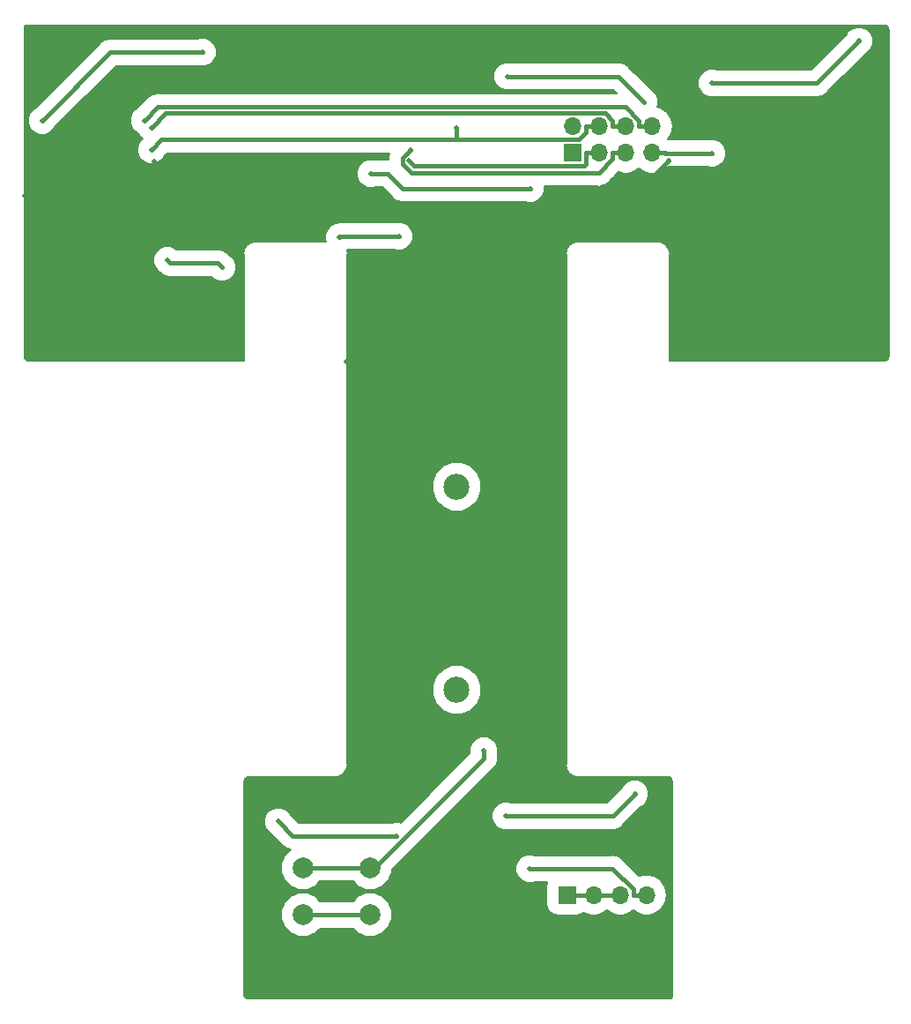
<source format=gbr>
G04 #@! TF.GenerationSoftware,KiCad,Pcbnew,(5.0.0)*
G04 #@! TF.CreationDate,2019-02-18T20:12:55-05:00*
G04 #@! TF.ProjectId,WS2812B Tiny T,575332383132422054696E7920542E6B,rev?*
G04 #@! TF.SameCoordinates,Original*
G04 #@! TF.FileFunction,Copper,L2,Bot,Signal*
G04 #@! TF.FilePolarity,Positive*
%FSLAX46Y46*%
G04 Gerber Fmt 4.6, Leading zero omitted, Abs format (unit mm)*
G04 Created by KiCad (PCBNEW (5.0.0)) date 02/18/19 20:12:55*
%MOMM*%
%LPD*%
G01*
G04 APERTURE LIST*
G04 #@! TA.AperFunction,ComponentPad*
%ADD10C,2.500000*%
G04 #@! TD*
G04 #@! TA.AperFunction,ComponentPad*
%ADD11O,1.700000X1.700000*%
G04 #@! TD*
G04 #@! TA.AperFunction,ComponentPad*
%ADD12R,1.700000X1.700000*%
G04 #@! TD*
G04 #@! TA.AperFunction,ComponentPad*
%ADD13C,2.000000*%
G04 #@! TD*
G04 #@! TA.AperFunction,ViaPad*
%ADD14C,0.500000*%
G04 #@! TD*
G04 #@! TA.AperFunction,Conductor*
%ADD15C,0.400000*%
G04 #@! TD*
G04 #@! TA.AperFunction,Conductor*
%ADD16C,0.200000*%
G04 #@! TD*
G04 APERTURE END LIST*
D10*
G04 #@! TO.P,J1,1*
G04 #@! TO.N,+BATT*
X171200000Y-99800000D03*
G04 #@! TO.P,J1,2*
G04 #@! TO.N,Net-(J1-Pad2)*
X171200000Y-119300000D03*
G04 #@! TD*
D11*
G04 #@! TO.P,J2,4*
G04 #@! TO.N,GND*
X189420000Y-139000000D03*
G04 #@! TO.P,J2,3*
G04 #@! TO.N,Net-(J1-Pad2)*
X186880000Y-139000000D03*
G04 #@! TO.P,J2,2*
X184340000Y-139000000D03*
D12*
G04 #@! TO.P,J2,1*
X181800000Y-139000000D03*
G04 #@! TD*
D13*
G04 #@! TO.P,SW1,1*
G04 #@! TO.N,BTN*
X162900000Y-136400000D03*
G04 #@! TO.P,SW1,2*
G04 #@! TO.N,GND*
X162900000Y-140900000D03*
G04 #@! TO.P,SW1,1*
G04 #@! TO.N,BTN*
X156400000Y-136400000D03*
G04 #@! TO.P,SW1,2*
G04 #@! TO.N,GND*
X156400000Y-140900000D03*
G04 #@! TD*
D11*
G04 #@! TO.P,J3,8*
G04 #@! TO.N,PB0*
X189988000Y-65231000D03*
G04 #@! TO.P,J3,7*
G04 #@! TO.N,GND*
X189988000Y-67771000D03*
G04 #@! TO.P,J3,6*
G04 #@! TO.N,DIN*
X187448000Y-65231000D03*
G04 #@! TO.P,J3,5*
G04 #@! TO.N,PB4*
X187448000Y-67771000D03*
G04 #@! TO.P,J3,4*
G04 #@! TO.N,BTN*
X184908000Y-65231000D03*
G04 #@! TO.P,J3,3*
G04 #@! TO.N,PB3*
X184908000Y-67771000D03*
G04 #@! TO.P,J3,2*
G04 #@! TO.N,+5V*
X182368000Y-65231000D03*
D12*
G04 #@! TO.P,J3,1*
G04 #@! TO.N,RST*
X182368000Y-67771000D03*
G04 #@! TD*
D14*
G04 #@! TO.N,GND*
X159913100Y-75845300D03*
X165643500Y-75749500D03*
X178219300Y-136470300D03*
X195735700Y-67787200D03*
G04 #@! TO.N,+5V*
X191577500Y-68502300D03*
X186112800Y-70353500D03*
X174089700Y-87223600D03*
X204014200Y-80010000D03*
X174089700Y-73202800D03*
X142128400Y-68554600D03*
X178562000Y-142548300D03*
X167956700Y-142544800D03*
X165925700Y-142684600D03*
X138958000Y-82854800D03*
X138958000Y-79857600D03*
X204594300Y-82296000D03*
X173474300Y-89865200D03*
X160619700Y-87833200D03*
X129639700Y-71882000D03*
X159715200Y-128489600D03*
X180961400Y-56820000D03*
G04 #@! TO.N,DIN*
X141867100Y-65326700D03*
G04 #@! TO.N,Net-(U4-Pad2)*
X146755500Y-58114800D03*
X131364300Y-64653200D03*
G04 #@! TO.N,Net-(U8-Pad2)*
X176085900Y-60405700D03*
X189223500Y-62866200D03*
G04 #@! TO.N,Net-(U10-Pad2)*
X209848800Y-57017500D03*
X195735700Y-61078000D03*
G04 #@! TO.N,Net-(U24-Pad2)*
X188306900Y-129299700D03*
X175905200Y-131414900D03*
G04 #@! TO.N,Net-(U30-Pad2)*
X165439400Y-133342900D03*
X154044800Y-131945300D03*
G04 #@! TO.N,BTN*
X173816100Y-125134900D03*
X171197500Y-65354700D03*
X141867100Y-67455800D03*
G04 #@! TO.N,Net-(U39-Pad2)*
X143408400Y-78079600D03*
X148640800Y-78740000D03*
G04 #@! TO.N,PB3*
X166626600Y-68527300D03*
G04 #@! TO.N,PB4*
X166768000Y-67484300D03*
G04 #@! TO.N,PB0*
X141186000Y-64641500D03*
G04 #@! TO.N,RST*
X162915600Y-69748400D03*
X178257200Y-71170800D03*
G04 #@! TD*
D15*
G04 #@! TO.N,GND*
X165643500Y-75749500D02*
X160008900Y-75749500D01*
X160008900Y-75749500D02*
X159913100Y-75845300D01*
X189420000Y-139000000D02*
X188159700Y-139000000D01*
X188159700Y-139000000D02*
X188159700Y-138448600D01*
X188159700Y-138448600D02*
X186181400Y-136470300D01*
X186181400Y-136470300D02*
X178219300Y-136470300D01*
X189988000Y-67771000D02*
X191248300Y-67771000D01*
X195735700Y-67787200D02*
X191264500Y-67787200D01*
X191264500Y-67787200D02*
X191248300Y-67771000D01*
X156400000Y-140900000D02*
X162900000Y-140900000D01*
G04 #@! TO.N,+5V*
X186112800Y-70353500D02*
X189726300Y-70353500D01*
X189726300Y-70353500D02*
X191577500Y-68502300D01*
G04 #@! TO.N,DIN*
X187448000Y-65231000D02*
X186187700Y-65231000D01*
X141867100Y-65326700D02*
X143241400Y-63952400D01*
X143241400Y-63952400D02*
X185431400Y-63952400D01*
X185431400Y-63952400D02*
X186187700Y-64708700D01*
X186187700Y-64708700D02*
X186187700Y-65231000D01*
G04 #@! TO.N,Net-(U4-Pad2)*
X131364300Y-64653200D02*
X137902700Y-58114800D01*
X137902700Y-58114800D02*
X146755500Y-58114800D01*
G04 #@! TO.N,Net-(U8-Pad2)*
X189223500Y-62866200D02*
X186763000Y-60405700D01*
X186763000Y-60405700D02*
X176085900Y-60405700D01*
G04 #@! TO.N,Net-(U10-Pad2)*
X195735700Y-61078000D02*
X205788300Y-61078000D01*
X205788300Y-61078000D02*
X209848800Y-57017500D01*
G04 #@! TO.N,Net-(U24-Pad2)*
X175905200Y-131414900D02*
X186191700Y-131414900D01*
X186191700Y-131414900D02*
X188306900Y-129299700D01*
G04 #@! TO.N,Net-(U30-Pad2)*
X154044800Y-131945300D02*
X155442400Y-133342900D01*
X155442400Y-133342900D02*
X165439400Y-133342900D01*
G04 #@! TO.N,Net-(J1-Pad2)*
X184340000Y-139000000D02*
X186880000Y-139000000D01*
X181800000Y-139000000D02*
X184340000Y-139000000D01*
G04 #@! TO.N,BTN*
X162900000Y-136400000D02*
X163316100Y-136400000D01*
X163316100Y-136400000D02*
X173816100Y-125900000D01*
X173816100Y-125900000D02*
X173816100Y-125134900D01*
X171197500Y-66491300D02*
X142831600Y-66491300D01*
X142831600Y-66491300D02*
X141867100Y-67455800D01*
X183647700Y-65231000D02*
X183647700Y-65782500D01*
X183647700Y-65782500D02*
X182938900Y-66491300D01*
X182938900Y-66491300D02*
X171197500Y-66491300D01*
X171197500Y-66491300D02*
X171197500Y-65354700D01*
X156400000Y-136400000D02*
X162900000Y-136400000D01*
X184908000Y-65231000D02*
X183647700Y-65231000D01*
G04 #@! TO.N,Net-(U39-Pad2)*
X143658399Y-78329599D02*
X145029999Y-78329599D01*
X143408400Y-78079600D02*
X143658399Y-78329599D01*
X145029999Y-78329599D02*
X145034000Y-78333600D01*
X145034000Y-78333600D02*
X148234400Y-78333600D01*
X148234400Y-78333600D02*
X148640800Y-78740000D01*
G04 #@! TO.N,PB3*
X184908000Y-67771000D02*
X183647700Y-67771000D01*
X166626600Y-68527300D02*
X167130700Y-69031400D01*
X167130700Y-69031400D02*
X183463100Y-69031400D01*
X183463100Y-69031400D02*
X183647700Y-68846800D01*
X183647700Y-68846800D02*
X183647700Y-67771000D01*
G04 #@! TO.N,PB4*
X187448000Y-67771000D02*
X186187700Y-67771000D01*
X186187700Y-67771000D02*
X186187700Y-68322400D01*
X186187700Y-68322400D02*
X184846500Y-69663600D01*
X184846500Y-69663600D02*
X166812600Y-69663600D01*
X166812600Y-69663600D02*
X165966200Y-68817200D01*
X165966200Y-68817200D02*
X165966200Y-68248500D01*
X165966200Y-68248500D02*
X166730400Y-67484300D01*
X166730400Y-67484300D02*
X166768000Y-67484300D01*
G04 #@! TO.N,PB0*
X141186000Y-64641500D02*
X142487900Y-63339600D01*
X142487900Y-63339600D02*
X187387700Y-63339600D01*
X187387700Y-63339600D02*
X188727700Y-64679600D01*
X188727700Y-64679600D02*
X188727700Y-65231000D01*
X189988000Y-65231000D02*
X188727700Y-65231000D01*
G04 #@! TO.N,RST*
X162915600Y-69748400D02*
X164592000Y-69748400D01*
X164592000Y-69748400D02*
X166014400Y-71170800D01*
X166014400Y-71170800D02*
X178257200Y-71170800D01*
G04 #@! TD*
D16*
G04 #@! TO.N,+5V*
G36*
X212451810Y-55565109D02*
X212547996Y-55617009D01*
X212622186Y-55697267D01*
X212675935Y-55818845D01*
X212693000Y-55953926D01*
X212693001Y-87278878D01*
X212658891Y-87483810D01*
X212606991Y-87579997D01*
X212526734Y-87654185D01*
X212405155Y-87707935D01*
X212270074Y-87725000D01*
X191675000Y-87725000D01*
X191675000Y-77585724D01*
X191698019Y-77470000D01*
X191606825Y-77011538D01*
X191347127Y-76622873D01*
X190958462Y-76363175D01*
X190615724Y-76295000D01*
X190500000Y-76271981D01*
X190384276Y-76295000D01*
X182995724Y-76295000D01*
X182880000Y-76271981D01*
X182764276Y-76295000D01*
X182421538Y-76363175D01*
X182032873Y-76622873D01*
X181773175Y-77011538D01*
X181681981Y-77470000D01*
X181705000Y-77585724D01*
X181705001Y-126376271D01*
X181681981Y-126492000D01*
X181773175Y-126950462D01*
X182032873Y-127339127D01*
X182421538Y-127598825D01*
X182764276Y-127667000D01*
X182880000Y-127690019D01*
X182995724Y-127667000D01*
X191418883Y-127667000D01*
X191623810Y-127701109D01*
X191719996Y-127753009D01*
X191794186Y-127833267D01*
X191847935Y-127954845D01*
X191865000Y-128089926D01*
X191865001Y-148741197D01*
X191842238Y-148870292D01*
X191828890Y-148893412D01*
X191808436Y-148910574D01*
X191734021Y-148937659D01*
X191718697Y-148939000D01*
X151227116Y-148939000D01*
X151022190Y-148904891D01*
X150926003Y-148852991D01*
X150851815Y-148772734D01*
X150798065Y-148651155D01*
X150781000Y-148516074D01*
X150781000Y-140482284D01*
X154300000Y-140482284D01*
X154300000Y-141317716D01*
X154619706Y-142089554D01*
X155210446Y-142680294D01*
X155982284Y-143000000D01*
X156817716Y-143000000D01*
X157589554Y-142680294D01*
X158069848Y-142200000D01*
X161230152Y-142200000D01*
X161710446Y-142680294D01*
X162482284Y-143000000D01*
X163317716Y-143000000D01*
X164089554Y-142680294D01*
X164680294Y-142089554D01*
X165000000Y-141317716D01*
X165000000Y-140482284D01*
X164680294Y-139710446D01*
X164089554Y-139119706D01*
X163317716Y-138800000D01*
X162482284Y-138800000D01*
X161710446Y-139119706D01*
X161230152Y-139600000D01*
X158069848Y-139600000D01*
X157589554Y-139119706D01*
X156817716Y-138800000D01*
X155982284Y-138800000D01*
X155210446Y-139119706D01*
X154619706Y-139710446D01*
X154300000Y-140482284D01*
X150781000Y-140482284D01*
X150781000Y-131676768D01*
X152694800Y-131676768D01*
X152694800Y-132213832D01*
X152900325Y-132710014D01*
X153280086Y-133089775D01*
X153400800Y-133139776D01*
X154432626Y-134171602D01*
X154505153Y-134280147D01*
X154935165Y-134567473D01*
X155208341Y-134621811D01*
X154619706Y-135210446D01*
X154300000Y-135982284D01*
X154300000Y-136817716D01*
X154619706Y-137589554D01*
X155210446Y-138180294D01*
X155982284Y-138500000D01*
X156817716Y-138500000D01*
X157589554Y-138180294D01*
X158069848Y-137700000D01*
X161230152Y-137700000D01*
X161710446Y-138180294D01*
X162482284Y-138500000D01*
X163317716Y-138500000D01*
X164089554Y-138180294D01*
X164680294Y-137589554D01*
X165000000Y-136817716D01*
X165000000Y-136554576D01*
X165352808Y-136201768D01*
X176869300Y-136201768D01*
X176869300Y-136738832D01*
X177074825Y-137235014D01*
X177454586Y-137614775D01*
X177950768Y-137820300D01*
X178487832Y-137820300D01*
X178608543Y-137770300D01*
X179903977Y-137770300D01*
X179828450Y-138150000D01*
X179828450Y-139850000D01*
X179913823Y-140279199D01*
X180156944Y-140643056D01*
X180520801Y-140886177D01*
X180950000Y-140971550D01*
X182650000Y-140971550D01*
X183079199Y-140886177D01*
X183366079Y-140694491D01*
X183579148Y-140836859D01*
X184147946Y-140950000D01*
X184532054Y-140950000D01*
X185100852Y-140836859D01*
X185610000Y-140496657D01*
X186119148Y-140836859D01*
X186687946Y-140950000D01*
X187072054Y-140950000D01*
X187640852Y-140836859D01*
X188150000Y-140496657D01*
X188659148Y-140836859D01*
X189227946Y-140950000D01*
X189612054Y-140950000D01*
X190180852Y-140836859D01*
X190825871Y-140405871D01*
X191256859Y-139760852D01*
X191408202Y-139000000D01*
X191256859Y-138239148D01*
X190825871Y-137594129D01*
X190180852Y-137163141D01*
X189612054Y-137050000D01*
X189227946Y-137050000D01*
X188703830Y-137154253D01*
X187191176Y-135641600D01*
X187118647Y-135533053D01*
X186688635Y-135245727D01*
X186309437Y-135170300D01*
X186309433Y-135170300D01*
X186181400Y-135144833D01*
X186053367Y-135170300D01*
X178608543Y-135170300D01*
X178487832Y-135120300D01*
X177950768Y-135120300D01*
X177454586Y-135325825D01*
X177074825Y-135705586D01*
X176869300Y-136201768D01*
X165352808Y-136201768D01*
X170408209Y-131146368D01*
X174555200Y-131146368D01*
X174555200Y-131683432D01*
X174760725Y-132179614D01*
X175140486Y-132559375D01*
X175636668Y-132764900D01*
X176173732Y-132764900D01*
X176294443Y-132714900D01*
X186063667Y-132714900D01*
X186191700Y-132740367D01*
X186319733Y-132714900D01*
X186319737Y-132714900D01*
X186698935Y-132639473D01*
X187128947Y-132352147D01*
X187201476Y-132243600D01*
X188950901Y-130494176D01*
X189071614Y-130444175D01*
X189451375Y-130064414D01*
X189656900Y-129568232D01*
X189656900Y-129031168D01*
X189451375Y-128534986D01*
X189071614Y-128155225D01*
X188575432Y-127949700D01*
X188038368Y-127949700D01*
X187542186Y-128155225D01*
X187162425Y-128534986D01*
X187112424Y-128655699D01*
X185653224Y-130114900D01*
X176294443Y-130114900D01*
X176173732Y-130064900D01*
X175636668Y-130064900D01*
X175140486Y-130270425D01*
X174760725Y-130650186D01*
X174555200Y-131146368D01*
X170408209Y-131146368D01*
X174644806Y-126909772D01*
X174753347Y-126837247D01*
X174825872Y-126728706D01*
X174825874Y-126728704D01*
X174955142Y-126535240D01*
X175040673Y-126407235D01*
X175116100Y-126028037D01*
X175116100Y-126028032D01*
X175141567Y-125900001D01*
X175116100Y-125771969D01*
X175116100Y-125524143D01*
X175166100Y-125403432D01*
X175166100Y-124866368D01*
X174960575Y-124370186D01*
X174580814Y-123990425D01*
X174084632Y-123784900D01*
X173547568Y-123784900D01*
X173051386Y-123990425D01*
X172671625Y-124370186D01*
X172466100Y-124866368D01*
X172466100Y-125403432D01*
X172468470Y-125409153D01*
X165832942Y-132044681D01*
X165707932Y-131992900D01*
X165170868Y-131992900D01*
X165050157Y-132042900D01*
X155980877Y-132042900D01*
X155239276Y-131301300D01*
X155189275Y-131180586D01*
X154809514Y-130800825D01*
X154313332Y-130595300D01*
X153776268Y-130595300D01*
X153280086Y-130800825D01*
X152900325Y-131180586D01*
X152694800Y-131676768D01*
X150781000Y-131676768D01*
X150781000Y-128113117D01*
X150815109Y-127908190D01*
X150867009Y-127812004D01*
X150947267Y-127737814D01*
X151068845Y-127684065D01*
X151203926Y-127667000D01*
X159396276Y-127667000D01*
X159512000Y-127690019D01*
X159627724Y-127667000D01*
X159970462Y-127598825D01*
X160359127Y-127339127D01*
X160618825Y-126950462D01*
X160710019Y-126492000D01*
X160687000Y-126376276D01*
X160687000Y-118832556D01*
X168850000Y-118832556D01*
X168850000Y-119767444D01*
X169207766Y-120631168D01*
X169868832Y-121292234D01*
X170732556Y-121650000D01*
X171667444Y-121650000D01*
X172531168Y-121292234D01*
X173192234Y-120631168D01*
X173550000Y-119767444D01*
X173550000Y-118832556D01*
X173192234Y-117968832D01*
X172531168Y-117307766D01*
X171667444Y-116950000D01*
X170732556Y-116950000D01*
X169868832Y-117307766D01*
X169207766Y-117968832D01*
X168850000Y-118832556D01*
X160687000Y-118832556D01*
X160687000Y-99332556D01*
X168850000Y-99332556D01*
X168850000Y-100267444D01*
X169207766Y-101131168D01*
X169868832Y-101792234D01*
X170732556Y-102150000D01*
X171667444Y-102150000D01*
X172531168Y-101792234D01*
X173192234Y-101131168D01*
X173550000Y-100267444D01*
X173550000Y-99332556D01*
X173192234Y-98468832D01*
X172531168Y-97807766D01*
X171667444Y-97450000D01*
X170732556Y-97450000D01*
X169868832Y-97807766D01*
X169207766Y-98468832D01*
X168850000Y-99332556D01*
X160687000Y-99332556D01*
X160687000Y-77585724D01*
X160710019Y-77470000D01*
X160626376Y-77049500D01*
X165254257Y-77049500D01*
X165374968Y-77099500D01*
X165912032Y-77099500D01*
X166408214Y-76893975D01*
X166787975Y-76514214D01*
X166993500Y-76018032D01*
X166993500Y-75480968D01*
X166787975Y-74984786D01*
X166408214Y-74605025D01*
X165912032Y-74399500D01*
X165374968Y-74399500D01*
X165254257Y-74449500D01*
X160136933Y-74449500D01*
X160008900Y-74424033D01*
X159880867Y-74449500D01*
X159880863Y-74449500D01*
X159650610Y-74495300D01*
X159644568Y-74495300D01*
X159638986Y-74497612D01*
X159501665Y-74524927D01*
X159385252Y-74602712D01*
X159148386Y-74700825D01*
X158768625Y-75080586D01*
X158563100Y-75576768D01*
X158563100Y-76113832D01*
X158638142Y-76295000D01*
X152007724Y-76295000D01*
X151892000Y-76271981D01*
X151776276Y-76295000D01*
X151433538Y-76363175D01*
X151044873Y-76622873D01*
X150785175Y-77011538D01*
X150693981Y-77470000D01*
X150717000Y-77585724D01*
X150717001Y-87725000D01*
X130145116Y-87725000D01*
X129940190Y-87690891D01*
X129844003Y-87638991D01*
X129769815Y-87558734D01*
X129716065Y-87437155D01*
X129699000Y-87302074D01*
X129699000Y-77811068D01*
X142058400Y-77811068D01*
X142058400Y-78348132D01*
X142263925Y-78844314D01*
X142643686Y-79224075D01*
X142711282Y-79252074D01*
X142721152Y-79266846D01*
X143151164Y-79554172D01*
X143530362Y-79629599D01*
X143530366Y-79629599D01*
X143658399Y-79655066D01*
X143786432Y-79629599D01*
X144885849Y-79629599D01*
X144905963Y-79633600D01*
X144905968Y-79633600D01*
X145033999Y-79659067D01*
X145162031Y-79633600D01*
X147625211Y-79633600D01*
X147876086Y-79884475D01*
X148372268Y-80090000D01*
X148909332Y-80090000D01*
X149405514Y-79884475D01*
X149785275Y-79504714D01*
X149990800Y-79008532D01*
X149990800Y-78471468D01*
X149785275Y-77975286D01*
X149405514Y-77595525D01*
X149284800Y-77545524D01*
X149244176Y-77504899D01*
X149171647Y-77396353D01*
X148741635Y-77109027D01*
X148362437Y-77033600D01*
X148362433Y-77033600D01*
X148234400Y-77008133D01*
X148106367Y-77033600D01*
X145178150Y-77033600D01*
X145158036Y-77029599D01*
X145158032Y-77029599D01*
X145029999Y-77004132D01*
X144901966Y-77029599D01*
X144267588Y-77029599D01*
X144173114Y-76935125D01*
X143676932Y-76729600D01*
X143139868Y-76729600D01*
X142643686Y-76935125D01*
X142263925Y-77314886D01*
X142058400Y-77811068D01*
X129699000Y-77811068D01*
X129699000Y-64384668D01*
X130014300Y-64384668D01*
X130014300Y-64921732D01*
X130219825Y-65417914D01*
X130599586Y-65797675D01*
X131095768Y-66003200D01*
X131632832Y-66003200D01*
X132129014Y-65797675D01*
X132508775Y-65417914D01*
X132558776Y-65297200D01*
X133483008Y-64372968D01*
X139836000Y-64372968D01*
X139836000Y-64910032D01*
X140041525Y-65406214D01*
X140421286Y-65785975D01*
X140632315Y-65873386D01*
X140722625Y-66091414D01*
X141022461Y-66391250D01*
X140722625Y-66691086D01*
X140517100Y-67187268D01*
X140517100Y-67724332D01*
X140722625Y-68220514D01*
X141102386Y-68600275D01*
X141598568Y-68805800D01*
X142135632Y-68805800D01*
X142631814Y-68600275D01*
X143011575Y-68220514D01*
X143061576Y-68099800D01*
X143370077Y-67791300D01*
X164731674Y-67791300D01*
X164666200Y-68120463D01*
X164666200Y-68120467D01*
X164640733Y-68248500D01*
X164666200Y-68376533D01*
X164666200Y-68437692D01*
X164592000Y-68422933D01*
X164463967Y-68448400D01*
X163304843Y-68448400D01*
X163184132Y-68398400D01*
X162647068Y-68398400D01*
X162150886Y-68603925D01*
X161771125Y-68983686D01*
X161565600Y-69479868D01*
X161565600Y-70016932D01*
X161771125Y-70513114D01*
X162150886Y-70892875D01*
X162647068Y-71098400D01*
X163184132Y-71098400D01*
X163304843Y-71048400D01*
X164053523Y-71048400D01*
X165004627Y-71999505D01*
X165077153Y-72108047D01*
X165185694Y-72180572D01*
X165185696Y-72180574D01*
X165305160Y-72260397D01*
X165507165Y-72395373D01*
X165886363Y-72470800D01*
X165886368Y-72470800D01*
X166014399Y-72496267D01*
X166142431Y-72470800D01*
X177867957Y-72470800D01*
X177988668Y-72520800D01*
X178525732Y-72520800D01*
X179021914Y-72315275D01*
X179401675Y-71935514D01*
X179607200Y-71439332D01*
X179607200Y-70963600D01*
X184718467Y-70963600D01*
X184846500Y-70989067D01*
X184974533Y-70963600D01*
X184974537Y-70963600D01*
X185353735Y-70888173D01*
X185783747Y-70600847D01*
X185856276Y-70492300D01*
X186731830Y-69616747D01*
X187255946Y-69721000D01*
X187640054Y-69721000D01*
X188208852Y-69607859D01*
X188718000Y-69267657D01*
X189227148Y-69607859D01*
X189795946Y-69721000D01*
X190180054Y-69721000D01*
X190748852Y-69607859D01*
X191393871Y-69176871D01*
X191453787Y-69087200D01*
X195346457Y-69087200D01*
X195467168Y-69137200D01*
X196004232Y-69137200D01*
X196500414Y-68931675D01*
X196880175Y-68551914D01*
X197085700Y-68055732D01*
X197085700Y-67518668D01*
X196880175Y-67022486D01*
X196500414Y-66642725D01*
X196004232Y-66437200D01*
X195467168Y-66437200D01*
X195346457Y-66487200D01*
X191493878Y-66487200D01*
X191824859Y-65991852D01*
X191976202Y-65231000D01*
X191824859Y-64470148D01*
X191393871Y-63825129D01*
X190748852Y-63394141D01*
X190487576Y-63342170D01*
X190573500Y-63134732D01*
X190573500Y-62597668D01*
X190367975Y-62101486D01*
X189988214Y-61721725D01*
X189867502Y-61671725D01*
X189005245Y-60809468D01*
X194385700Y-60809468D01*
X194385700Y-61346532D01*
X194591225Y-61842714D01*
X194970986Y-62222475D01*
X195467168Y-62428000D01*
X196004232Y-62428000D01*
X196124943Y-62378000D01*
X205660267Y-62378000D01*
X205788300Y-62403467D01*
X205916333Y-62378000D01*
X205916337Y-62378000D01*
X206295535Y-62302573D01*
X206725547Y-62015247D01*
X206798076Y-61906700D01*
X210492803Y-58211975D01*
X210613514Y-58161975D01*
X210993275Y-57782214D01*
X211198800Y-57286032D01*
X211198800Y-56748968D01*
X210993275Y-56252786D01*
X210613514Y-55873025D01*
X210117332Y-55667500D01*
X209580268Y-55667500D01*
X209084086Y-55873025D01*
X208704325Y-56252786D01*
X208654325Y-56373497D01*
X205249824Y-59778000D01*
X196124943Y-59778000D01*
X196004232Y-59728000D01*
X195467168Y-59728000D01*
X194970986Y-59933525D01*
X194591225Y-60313286D01*
X194385700Y-60809468D01*
X189005245Y-60809468D01*
X187772776Y-59577000D01*
X187700247Y-59468453D01*
X187270235Y-59181127D01*
X186891037Y-59105700D01*
X186891033Y-59105700D01*
X186763000Y-59080233D01*
X186634967Y-59105700D01*
X176475143Y-59105700D01*
X176354432Y-59055700D01*
X175817368Y-59055700D01*
X175321186Y-59261225D01*
X174941425Y-59640986D01*
X174735900Y-60137168D01*
X174735900Y-60674232D01*
X174941425Y-61170414D01*
X175321186Y-61550175D01*
X175817368Y-61755700D01*
X176354432Y-61755700D01*
X176475143Y-61705700D01*
X186224524Y-61705700D01*
X186558423Y-62039600D01*
X142615933Y-62039600D01*
X142487900Y-62014133D01*
X142359867Y-62039600D01*
X142359863Y-62039600D01*
X141980665Y-62115027D01*
X141550653Y-62402353D01*
X141478126Y-62510898D01*
X140542000Y-63447024D01*
X140421286Y-63497025D01*
X140041525Y-63876786D01*
X139836000Y-64372968D01*
X133483008Y-64372968D01*
X138441177Y-59414800D01*
X146366257Y-59414800D01*
X146486968Y-59464800D01*
X147024032Y-59464800D01*
X147520214Y-59259275D01*
X147899975Y-58879514D01*
X148105500Y-58383332D01*
X148105500Y-57846268D01*
X147899975Y-57350086D01*
X147520214Y-56970325D01*
X147024032Y-56764800D01*
X146486968Y-56764800D01*
X146366257Y-56814800D01*
X138030733Y-56814800D01*
X137902700Y-56789333D01*
X137774667Y-56814800D01*
X137774663Y-56814800D01*
X137395465Y-56890227D01*
X136965453Y-57177553D01*
X136892926Y-57286097D01*
X130720300Y-63458724D01*
X130599586Y-63508725D01*
X130219825Y-63888486D01*
X130014300Y-64384668D01*
X129699000Y-64384668D01*
X129699000Y-55531000D01*
X212246883Y-55531000D01*
X212451810Y-55565109D01*
X212451810Y-55565109D01*
G37*
X212451810Y-55565109D02*
X212547996Y-55617009D01*
X212622186Y-55697267D01*
X212675935Y-55818845D01*
X212693000Y-55953926D01*
X212693001Y-87278878D01*
X212658891Y-87483810D01*
X212606991Y-87579997D01*
X212526734Y-87654185D01*
X212405155Y-87707935D01*
X212270074Y-87725000D01*
X191675000Y-87725000D01*
X191675000Y-77585724D01*
X191698019Y-77470000D01*
X191606825Y-77011538D01*
X191347127Y-76622873D01*
X190958462Y-76363175D01*
X190615724Y-76295000D01*
X190500000Y-76271981D01*
X190384276Y-76295000D01*
X182995724Y-76295000D01*
X182880000Y-76271981D01*
X182764276Y-76295000D01*
X182421538Y-76363175D01*
X182032873Y-76622873D01*
X181773175Y-77011538D01*
X181681981Y-77470000D01*
X181705000Y-77585724D01*
X181705001Y-126376271D01*
X181681981Y-126492000D01*
X181773175Y-126950462D01*
X182032873Y-127339127D01*
X182421538Y-127598825D01*
X182764276Y-127667000D01*
X182880000Y-127690019D01*
X182995724Y-127667000D01*
X191418883Y-127667000D01*
X191623810Y-127701109D01*
X191719996Y-127753009D01*
X191794186Y-127833267D01*
X191847935Y-127954845D01*
X191865000Y-128089926D01*
X191865001Y-148741197D01*
X191842238Y-148870292D01*
X191828890Y-148893412D01*
X191808436Y-148910574D01*
X191734021Y-148937659D01*
X191718697Y-148939000D01*
X151227116Y-148939000D01*
X151022190Y-148904891D01*
X150926003Y-148852991D01*
X150851815Y-148772734D01*
X150798065Y-148651155D01*
X150781000Y-148516074D01*
X150781000Y-140482284D01*
X154300000Y-140482284D01*
X154300000Y-141317716D01*
X154619706Y-142089554D01*
X155210446Y-142680294D01*
X155982284Y-143000000D01*
X156817716Y-143000000D01*
X157589554Y-142680294D01*
X158069848Y-142200000D01*
X161230152Y-142200000D01*
X161710446Y-142680294D01*
X162482284Y-143000000D01*
X163317716Y-143000000D01*
X164089554Y-142680294D01*
X164680294Y-142089554D01*
X165000000Y-141317716D01*
X165000000Y-140482284D01*
X164680294Y-139710446D01*
X164089554Y-139119706D01*
X163317716Y-138800000D01*
X162482284Y-138800000D01*
X161710446Y-139119706D01*
X161230152Y-139600000D01*
X158069848Y-139600000D01*
X157589554Y-139119706D01*
X156817716Y-138800000D01*
X155982284Y-138800000D01*
X155210446Y-139119706D01*
X154619706Y-139710446D01*
X154300000Y-140482284D01*
X150781000Y-140482284D01*
X150781000Y-131676768D01*
X152694800Y-131676768D01*
X152694800Y-132213832D01*
X152900325Y-132710014D01*
X153280086Y-133089775D01*
X153400800Y-133139776D01*
X154432626Y-134171602D01*
X154505153Y-134280147D01*
X154935165Y-134567473D01*
X155208341Y-134621811D01*
X154619706Y-135210446D01*
X154300000Y-135982284D01*
X154300000Y-136817716D01*
X154619706Y-137589554D01*
X155210446Y-138180294D01*
X155982284Y-138500000D01*
X156817716Y-138500000D01*
X157589554Y-138180294D01*
X158069848Y-137700000D01*
X161230152Y-137700000D01*
X161710446Y-138180294D01*
X162482284Y-138500000D01*
X163317716Y-138500000D01*
X164089554Y-138180294D01*
X164680294Y-137589554D01*
X165000000Y-136817716D01*
X165000000Y-136554576D01*
X165352808Y-136201768D01*
X176869300Y-136201768D01*
X176869300Y-136738832D01*
X177074825Y-137235014D01*
X177454586Y-137614775D01*
X177950768Y-137820300D01*
X178487832Y-137820300D01*
X178608543Y-137770300D01*
X179903977Y-137770300D01*
X179828450Y-138150000D01*
X179828450Y-139850000D01*
X179913823Y-140279199D01*
X180156944Y-140643056D01*
X180520801Y-140886177D01*
X180950000Y-140971550D01*
X182650000Y-140971550D01*
X183079199Y-140886177D01*
X183366079Y-140694491D01*
X183579148Y-140836859D01*
X184147946Y-140950000D01*
X184532054Y-140950000D01*
X185100852Y-140836859D01*
X185610000Y-140496657D01*
X186119148Y-140836859D01*
X186687946Y-140950000D01*
X187072054Y-140950000D01*
X187640852Y-140836859D01*
X188150000Y-140496657D01*
X188659148Y-140836859D01*
X189227946Y-140950000D01*
X189612054Y-140950000D01*
X190180852Y-140836859D01*
X190825871Y-140405871D01*
X191256859Y-139760852D01*
X191408202Y-139000000D01*
X191256859Y-138239148D01*
X190825871Y-137594129D01*
X190180852Y-137163141D01*
X189612054Y-137050000D01*
X189227946Y-137050000D01*
X188703830Y-137154253D01*
X187191176Y-135641600D01*
X187118647Y-135533053D01*
X186688635Y-135245727D01*
X186309437Y-135170300D01*
X186309433Y-135170300D01*
X186181400Y-135144833D01*
X186053367Y-135170300D01*
X178608543Y-135170300D01*
X178487832Y-135120300D01*
X177950768Y-135120300D01*
X177454586Y-135325825D01*
X177074825Y-135705586D01*
X176869300Y-136201768D01*
X165352808Y-136201768D01*
X170408209Y-131146368D01*
X174555200Y-131146368D01*
X174555200Y-131683432D01*
X174760725Y-132179614D01*
X175140486Y-132559375D01*
X175636668Y-132764900D01*
X176173732Y-132764900D01*
X176294443Y-132714900D01*
X186063667Y-132714900D01*
X186191700Y-132740367D01*
X186319733Y-132714900D01*
X186319737Y-132714900D01*
X186698935Y-132639473D01*
X187128947Y-132352147D01*
X187201476Y-132243600D01*
X188950901Y-130494176D01*
X189071614Y-130444175D01*
X189451375Y-130064414D01*
X189656900Y-129568232D01*
X189656900Y-129031168D01*
X189451375Y-128534986D01*
X189071614Y-128155225D01*
X188575432Y-127949700D01*
X188038368Y-127949700D01*
X187542186Y-128155225D01*
X187162425Y-128534986D01*
X187112424Y-128655699D01*
X185653224Y-130114900D01*
X176294443Y-130114900D01*
X176173732Y-130064900D01*
X175636668Y-130064900D01*
X175140486Y-130270425D01*
X174760725Y-130650186D01*
X174555200Y-131146368D01*
X170408209Y-131146368D01*
X174644806Y-126909772D01*
X174753347Y-126837247D01*
X174825872Y-126728706D01*
X174825874Y-126728704D01*
X174955142Y-126535240D01*
X175040673Y-126407235D01*
X175116100Y-126028037D01*
X175116100Y-126028032D01*
X175141567Y-125900001D01*
X175116100Y-125771969D01*
X175116100Y-125524143D01*
X175166100Y-125403432D01*
X175166100Y-124866368D01*
X174960575Y-124370186D01*
X174580814Y-123990425D01*
X174084632Y-123784900D01*
X173547568Y-123784900D01*
X173051386Y-123990425D01*
X172671625Y-124370186D01*
X172466100Y-124866368D01*
X172466100Y-125403432D01*
X172468470Y-125409153D01*
X165832942Y-132044681D01*
X165707932Y-131992900D01*
X165170868Y-131992900D01*
X165050157Y-132042900D01*
X155980877Y-132042900D01*
X155239276Y-131301300D01*
X155189275Y-131180586D01*
X154809514Y-130800825D01*
X154313332Y-130595300D01*
X153776268Y-130595300D01*
X153280086Y-130800825D01*
X152900325Y-131180586D01*
X152694800Y-131676768D01*
X150781000Y-131676768D01*
X150781000Y-128113117D01*
X150815109Y-127908190D01*
X150867009Y-127812004D01*
X150947267Y-127737814D01*
X151068845Y-127684065D01*
X151203926Y-127667000D01*
X159396276Y-127667000D01*
X159512000Y-127690019D01*
X159627724Y-127667000D01*
X159970462Y-127598825D01*
X160359127Y-127339127D01*
X160618825Y-126950462D01*
X160710019Y-126492000D01*
X160687000Y-126376276D01*
X160687000Y-118832556D01*
X168850000Y-118832556D01*
X168850000Y-119767444D01*
X169207766Y-120631168D01*
X169868832Y-121292234D01*
X170732556Y-121650000D01*
X171667444Y-121650000D01*
X172531168Y-121292234D01*
X173192234Y-120631168D01*
X173550000Y-119767444D01*
X173550000Y-118832556D01*
X173192234Y-117968832D01*
X172531168Y-117307766D01*
X171667444Y-116950000D01*
X170732556Y-116950000D01*
X169868832Y-117307766D01*
X169207766Y-117968832D01*
X168850000Y-118832556D01*
X160687000Y-118832556D01*
X160687000Y-99332556D01*
X168850000Y-99332556D01*
X168850000Y-100267444D01*
X169207766Y-101131168D01*
X169868832Y-101792234D01*
X170732556Y-102150000D01*
X171667444Y-102150000D01*
X172531168Y-101792234D01*
X173192234Y-101131168D01*
X173550000Y-100267444D01*
X173550000Y-99332556D01*
X173192234Y-98468832D01*
X172531168Y-97807766D01*
X171667444Y-97450000D01*
X170732556Y-97450000D01*
X169868832Y-97807766D01*
X169207766Y-98468832D01*
X168850000Y-99332556D01*
X160687000Y-99332556D01*
X160687000Y-77585724D01*
X160710019Y-77470000D01*
X160626376Y-77049500D01*
X165254257Y-77049500D01*
X165374968Y-77099500D01*
X165912032Y-77099500D01*
X166408214Y-76893975D01*
X166787975Y-76514214D01*
X166993500Y-76018032D01*
X166993500Y-75480968D01*
X166787975Y-74984786D01*
X166408214Y-74605025D01*
X165912032Y-74399500D01*
X165374968Y-74399500D01*
X165254257Y-74449500D01*
X160136933Y-74449500D01*
X160008900Y-74424033D01*
X159880867Y-74449500D01*
X159880863Y-74449500D01*
X159650610Y-74495300D01*
X159644568Y-74495300D01*
X159638986Y-74497612D01*
X159501665Y-74524927D01*
X159385252Y-74602712D01*
X159148386Y-74700825D01*
X158768625Y-75080586D01*
X158563100Y-75576768D01*
X158563100Y-76113832D01*
X158638142Y-76295000D01*
X152007724Y-76295000D01*
X151892000Y-76271981D01*
X151776276Y-76295000D01*
X151433538Y-76363175D01*
X151044873Y-76622873D01*
X150785175Y-77011538D01*
X150693981Y-77470000D01*
X150717000Y-77585724D01*
X150717001Y-87725000D01*
X130145116Y-87725000D01*
X129940190Y-87690891D01*
X129844003Y-87638991D01*
X129769815Y-87558734D01*
X129716065Y-87437155D01*
X129699000Y-87302074D01*
X129699000Y-77811068D01*
X142058400Y-77811068D01*
X142058400Y-78348132D01*
X142263925Y-78844314D01*
X142643686Y-79224075D01*
X142711282Y-79252074D01*
X142721152Y-79266846D01*
X143151164Y-79554172D01*
X143530362Y-79629599D01*
X143530366Y-79629599D01*
X143658399Y-79655066D01*
X143786432Y-79629599D01*
X144885849Y-79629599D01*
X144905963Y-79633600D01*
X144905968Y-79633600D01*
X145033999Y-79659067D01*
X145162031Y-79633600D01*
X147625211Y-79633600D01*
X147876086Y-79884475D01*
X148372268Y-80090000D01*
X148909332Y-80090000D01*
X149405514Y-79884475D01*
X149785275Y-79504714D01*
X149990800Y-79008532D01*
X149990800Y-78471468D01*
X149785275Y-77975286D01*
X149405514Y-77595525D01*
X149284800Y-77545524D01*
X149244176Y-77504899D01*
X149171647Y-77396353D01*
X148741635Y-77109027D01*
X148362437Y-77033600D01*
X148362433Y-77033600D01*
X148234400Y-77008133D01*
X148106367Y-77033600D01*
X145178150Y-77033600D01*
X145158036Y-77029599D01*
X145158032Y-77029599D01*
X145029999Y-77004132D01*
X144901966Y-77029599D01*
X144267588Y-77029599D01*
X144173114Y-76935125D01*
X143676932Y-76729600D01*
X143139868Y-76729600D01*
X142643686Y-76935125D01*
X142263925Y-77314886D01*
X142058400Y-77811068D01*
X129699000Y-77811068D01*
X129699000Y-64384668D01*
X130014300Y-64384668D01*
X130014300Y-64921732D01*
X130219825Y-65417914D01*
X130599586Y-65797675D01*
X131095768Y-66003200D01*
X131632832Y-66003200D01*
X132129014Y-65797675D01*
X132508775Y-65417914D01*
X132558776Y-65297200D01*
X133483008Y-64372968D01*
X139836000Y-64372968D01*
X139836000Y-64910032D01*
X140041525Y-65406214D01*
X140421286Y-65785975D01*
X140632315Y-65873386D01*
X140722625Y-66091414D01*
X141022461Y-66391250D01*
X140722625Y-66691086D01*
X140517100Y-67187268D01*
X140517100Y-67724332D01*
X140722625Y-68220514D01*
X141102386Y-68600275D01*
X141598568Y-68805800D01*
X142135632Y-68805800D01*
X142631814Y-68600275D01*
X143011575Y-68220514D01*
X143061576Y-68099800D01*
X143370077Y-67791300D01*
X164731674Y-67791300D01*
X164666200Y-68120463D01*
X164666200Y-68120467D01*
X164640733Y-68248500D01*
X164666200Y-68376533D01*
X164666200Y-68437692D01*
X164592000Y-68422933D01*
X164463967Y-68448400D01*
X163304843Y-68448400D01*
X163184132Y-68398400D01*
X162647068Y-68398400D01*
X162150886Y-68603925D01*
X161771125Y-68983686D01*
X161565600Y-69479868D01*
X161565600Y-70016932D01*
X161771125Y-70513114D01*
X162150886Y-70892875D01*
X162647068Y-71098400D01*
X163184132Y-71098400D01*
X163304843Y-71048400D01*
X164053523Y-71048400D01*
X165004627Y-71999505D01*
X165077153Y-72108047D01*
X165185694Y-72180572D01*
X165185696Y-72180574D01*
X165305160Y-72260397D01*
X165507165Y-72395373D01*
X165886363Y-72470800D01*
X165886368Y-72470800D01*
X166014399Y-72496267D01*
X166142431Y-72470800D01*
X177867957Y-72470800D01*
X177988668Y-72520800D01*
X178525732Y-72520800D01*
X179021914Y-72315275D01*
X179401675Y-71935514D01*
X179607200Y-71439332D01*
X179607200Y-70963600D01*
X184718467Y-70963600D01*
X184846500Y-70989067D01*
X184974533Y-70963600D01*
X184974537Y-70963600D01*
X185353735Y-70888173D01*
X185783747Y-70600847D01*
X185856276Y-70492300D01*
X186731830Y-69616747D01*
X187255946Y-69721000D01*
X187640054Y-69721000D01*
X188208852Y-69607859D01*
X188718000Y-69267657D01*
X189227148Y-69607859D01*
X189795946Y-69721000D01*
X190180054Y-69721000D01*
X190748852Y-69607859D01*
X191393871Y-69176871D01*
X191453787Y-69087200D01*
X195346457Y-69087200D01*
X195467168Y-69137200D01*
X196004232Y-69137200D01*
X196500414Y-68931675D01*
X196880175Y-68551914D01*
X197085700Y-68055732D01*
X197085700Y-67518668D01*
X196880175Y-67022486D01*
X196500414Y-66642725D01*
X196004232Y-66437200D01*
X195467168Y-66437200D01*
X195346457Y-66487200D01*
X191493878Y-66487200D01*
X191824859Y-65991852D01*
X191976202Y-65231000D01*
X191824859Y-64470148D01*
X191393871Y-63825129D01*
X190748852Y-63394141D01*
X190487576Y-63342170D01*
X190573500Y-63134732D01*
X190573500Y-62597668D01*
X190367975Y-62101486D01*
X189988214Y-61721725D01*
X189867502Y-61671725D01*
X189005245Y-60809468D01*
X194385700Y-60809468D01*
X194385700Y-61346532D01*
X194591225Y-61842714D01*
X194970986Y-62222475D01*
X195467168Y-62428000D01*
X196004232Y-62428000D01*
X196124943Y-62378000D01*
X205660267Y-62378000D01*
X205788300Y-62403467D01*
X205916333Y-62378000D01*
X205916337Y-62378000D01*
X206295535Y-62302573D01*
X206725547Y-62015247D01*
X206798076Y-61906700D01*
X210492803Y-58211975D01*
X210613514Y-58161975D01*
X210993275Y-57782214D01*
X211198800Y-57286032D01*
X211198800Y-56748968D01*
X210993275Y-56252786D01*
X210613514Y-55873025D01*
X210117332Y-55667500D01*
X209580268Y-55667500D01*
X209084086Y-55873025D01*
X208704325Y-56252786D01*
X208654325Y-56373497D01*
X205249824Y-59778000D01*
X196124943Y-59778000D01*
X196004232Y-59728000D01*
X195467168Y-59728000D01*
X194970986Y-59933525D01*
X194591225Y-60313286D01*
X194385700Y-60809468D01*
X189005245Y-60809468D01*
X187772776Y-59577000D01*
X187700247Y-59468453D01*
X187270235Y-59181127D01*
X186891037Y-59105700D01*
X186891033Y-59105700D01*
X186763000Y-59080233D01*
X186634967Y-59105700D01*
X176475143Y-59105700D01*
X176354432Y-59055700D01*
X175817368Y-59055700D01*
X175321186Y-59261225D01*
X174941425Y-59640986D01*
X174735900Y-60137168D01*
X174735900Y-60674232D01*
X174941425Y-61170414D01*
X175321186Y-61550175D01*
X175817368Y-61755700D01*
X176354432Y-61755700D01*
X176475143Y-61705700D01*
X186224524Y-61705700D01*
X186558423Y-62039600D01*
X142615933Y-62039600D01*
X142487900Y-62014133D01*
X142359867Y-62039600D01*
X142359863Y-62039600D01*
X141980665Y-62115027D01*
X141550653Y-62402353D01*
X141478126Y-62510898D01*
X140542000Y-63447024D01*
X140421286Y-63497025D01*
X140041525Y-63876786D01*
X139836000Y-64372968D01*
X133483008Y-64372968D01*
X138441177Y-59414800D01*
X146366257Y-59414800D01*
X146486968Y-59464800D01*
X147024032Y-59464800D01*
X147520214Y-59259275D01*
X147899975Y-58879514D01*
X148105500Y-58383332D01*
X148105500Y-57846268D01*
X147899975Y-57350086D01*
X147520214Y-56970325D01*
X147024032Y-56764800D01*
X146486968Y-56764800D01*
X146366257Y-56814800D01*
X138030733Y-56814800D01*
X137902700Y-56789333D01*
X137774667Y-56814800D01*
X137774663Y-56814800D01*
X137395465Y-56890227D01*
X136965453Y-57177553D01*
X136892926Y-57286097D01*
X130720300Y-63458724D01*
X130599586Y-63508725D01*
X130219825Y-63888486D01*
X130014300Y-64384668D01*
X129699000Y-64384668D01*
X129699000Y-55531000D01*
X212246883Y-55531000D01*
X212451810Y-55565109D01*
G04 #@! TD*
M02*

</source>
